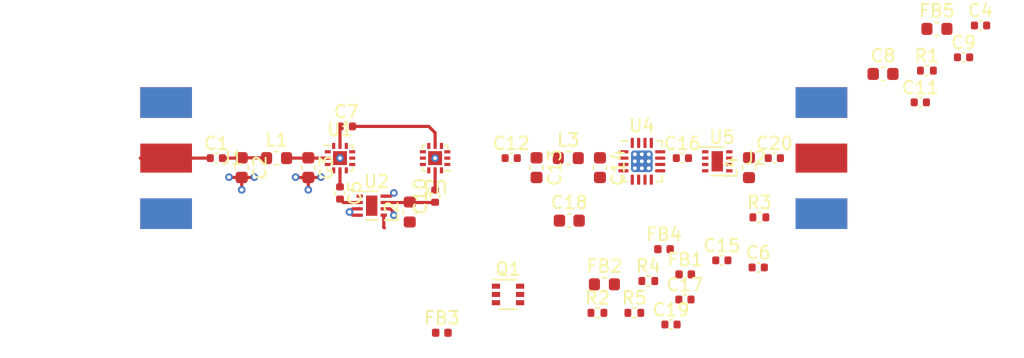
<source format=kicad_pcb>
(kicad_pcb (version 20210424) (generator pcbnew)
  (layers (0 "F.Cu" signal) (31 "B.Cu" signal) (34 "B.Paste" user) (35 "F.Paste" user) (36 "B.SilkS" user "B.Silkscreen") (37 "F.SilkS" user "F.Silkscreen") (38 "B.Mask" user) (39 "F.Mask" user) (44 "Edge.Cuts" user))
  (net 0 "")
  (net 1 "Net-(C1-Pad1)")
  (net 2 "Net-(C1-Pad2)")
  (net 3 "GND")
  (net 4 "Net-(C3-Pad1)")
  (net 5 "Net-(C4-Pad1)")
  (net 6 "Net-(C5-Pad1)")
  (net 7 "Net-(C5-Pad2)")
  (net 8 "Net-(C6-Pad1)")
  (net 9 "Net-(C7-Pad1)")
  (net 10 "Net-(C7-Pad2)")
  (net 11 "Net-(C10-Pad1)")
  (net 12 "Net-(C10-Pad2)")
  (net 13 "Net-(C11-Pad1)")
  (net 14 "Net-(C12-Pad1)")
  (net 15 "Net-(C12-Pad2)")
  (net 16 "Net-(C14-Pad1)")
  (net 17 "Net-(C15-Pad1)")
  (net 18 "Net-(C16-Pad1)")
  (net 19 "Net-(C16-Pad2)")
  (net 20 "Net-(C17-Pad1)")
  (net 21 "Net-(C20-Pad1)")
  (net 22 "Net-(C20-Pad2)")
  (net 23 "+3V3")
  (net 24 "Net-(L2-Pad1)")
  (net 25 "Net-(L4-Pad1)")
  (net 28 "Net-(Q1-Pad2)")
  (net 30 "Net-(Q1-Pad6)")
  (net 31 "Net-(R1-Pad2)")
  (footprint "Resistor_SMD:R_0402_1005Metric" (layer "F.Cu") (at 159.78 53.85)
    (fp_text reference "R1" (at 0 -1.17) (layer "F.SilkS"))
    (fp_text value "0")
    (fp_line (start -0.153641 0.38) (end 0.153641 0.38) (layer "F.SilkS") (width 0.12))
    (fp_line (start -0.153641 -0.38) (end 0.153641 -0.38) (layer "F.SilkS") (width 0.12))
    (pad "1" smd roundrect locked (at -0.51 0) (size 0.54 0.64) (layers "F.Cu" "F.Paste" "F.Mask") (net 28 "Net-(Q1-Pad2)"))
    (pad "2" smd roundrect locked (at 0.51 0) (size 0.54 0.64) (layers "F.Cu" "F.Paste" "F.Mask") (net 31 "Net-(R1-Pad2)"))
  )
  (footprint "Inductor_SMD:L_0402_1005Metric" (layer "F.Cu") (at 139.05 67.93)
    (fp_text reference "FB4" (at 0 -1.17) (layer "F.SilkS"))
    (fp_text value "FerriteBead_Small")
    (pad "1" smd roundrect locked (at -0.485 0) (size 0.59 0.64) (layers "F.Cu" "F.Paste" "F.Mask") (net 23 "+3V3"))
    (pad "2" smd roundrect locked (at 0.485 0) (size 0.59 0.64) (layers "F.Cu" "F.Paste" "F.Mask") (net 17 "Net-(C15-Pad1)"))
  )
  (footprint "Resistor_SMD:R_0402_1005Metric" (layer "F.Cu") (at 136.71 72.95)
    (fp_text reference "R5" (at 0 -1.17) (layer "F.SilkS"))
    (fp_text value "0")
    (fp_line (start -0.153641 0.38) (end 0.153641 0.38) (layer "F.SilkS") (width 0.12))
    (fp_line (start -0.153641 -0.38) (end 0.153641 -0.38) (layer "F.SilkS") (width 0.12))
    (pad "1" smd roundrect locked (at -0.51 0) (size 0.54 0.64) (layers "F.Cu" "F.Paste" "F.Mask") (net 20 "Net-(C17-Pad1)"))
    (pad "2" smd roundrect locked (at 0.51 0) (size 0.54 0.64) (layers "F.Cu" "F.Paste" "F.Mask") (net 25 "Net-(L4-Pad1)"))
  )
  (footprint "Capacitor_SMD:C_0402_1005Metric" (layer "F.Cu") (at 164.01 50.29)
    (fp_text reference "C4" (at 0 -1.16) (layer "F.SilkS"))
    (fp_text value "100n")
    (fp_line (start -0.107836 0.36) (end 0.107836 0.36) (layer "F.SilkS") (width 0.12))
    (fp_line (start -0.107836 -0.36) (end 0.107836 -0.36) (layer "F.SilkS") (width 0.12))
    (pad "1" smd roundrect locked (at -0.48 0) (size 0.56 0.62) (layers "F.Cu" "F.Paste" "F.Mask") (net 5 "Net-(C4-Pad1)"))
    (pad "2" smd roundrect locked (at 0.48 0) (size 0.56 0.62) (layers "F.Cu" "F.Paste" "F.Mask") (net 3 "GND"))
  )
  (footprint "Resistor_SMD:R_0402_1005Metric" (layer "F.Cu") (at 133.8 72.95)
    (fp_text reference "R2" (at 0 -1.17) (layer "F.SilkS"))
    (fp_text value "0")
    (fp_line (start -0.153641 -0.38) (end 0.153641 -0.38) (layer "F.SilkS") (width 0.12))
    (fp_line (start -0.153641 0.38) (end 0.153641 0.38) (layer "F.SilkS") (width 0.12))
    (pad "1" smd roundrect locked (at -0.51 0) (size 0.54 0.64) (layers "F.Cu" "F.Paste" "F.Mask") (net 8 "Net-(C6-Pad1)"))
    (pad "2" smd roundrect locked (at 0.51 0) (size 0.54 0.64) (layers "F.Cu" "F.Paste" "F.Mask") (net 24 "Net-(L2-Pad1)"))
  )
  (footprint "Capacitor_SMD:C_0402_1005Metric" (layer "F.Cu") (at 147.75 60.75)
    (fp_text reference "C20" (at 0 -1.16) (layer "F.SilkS"))
    (fp_text value "100n")
    (fp_line (start -0.107836 0.36) (end 0.107836 0.36) (layer "F.SilkS") (width 0.12))
    (fp_line (start -0.107836 -0.36) (end 0.107836 -0.36) (layer "F.SilkS") (width 0.12))
    (pad "1" smd roundrect locked (at -0.48 0) (size 0.56 0.62) (layers "F.Cu" "F.Paste" "F.Mask") (net 21 "Net-(C20-Pad1)"))
    (pad "2" smd roundrect locked (at 0.48 0) (size 0.56 0.62) (layers "F.Cu" "F.Paste" "F.Mask") (net 22 "Net-(C20-Pad2)"))
  )
  (footprint "Connector_WUT:SMA_Molex_73251-1150_EdgeMount_Horizontal" (layer "F.Cu") (at 154.5 60.75 180)
    (fp_text reference "J2" (at 8.25 0) (layer "F.SilkS"))
    (fp_text value "Conn_Coaxial" hide)
    (pad "1" smd rect (at 1 0 180) (size 4.08 2.29) (drill (offset 2.04 0)) (layers "F.Cu" "F.Mask") (net 22 "Net-(C20-Pad2)"))
    (pad "2" smd rect (at 1 4.3825 180) (size 4.08 2.415) (drill (offset 2.04 0)) (layers "F.Cu" "F.Mask") (net 3 "GND"))
    (pad "2" smd rect (at 1 -4.3825 180) (size 4.08 2.415) (drill (offset 2.04 0)) (layers "B.Cu" "B.Mask") (net 3 "GND"))
    (pad "2" smd rect (at 1 -4.3825 180) (size 4.08 2.415) (drill (offset 2.04 0)) (layers "F.Cu" "F.Mask") (net 3 "GND"))
    (pad "2" smd rect (at 1 4.3825 180) (size 4.08 2.415) (drill (offset 2.04 0)) (layers "B.Cu" "B.Mask") (net 3 "GND"))
  )
  (footprint "Connector_WUT:SMA_Molex_73251-1150_EdgeMount_Horizontal" (layer "F.Cu") (at 96.75 60.75)
    (fp_text reference "J1" (at 8.25 0) (layer "F.SilkS"))
    (fp_text value "Conn_Coaxial" hide)
    (pad "1" smd rect (at 1 0) (size 4.08 2.29) (drill (offset 2.04 0)) (layers "F.Cu" "F.Mask") (net 1 "Net-(C1-Pad1)"))
    (pad "2" smd rect (at 1 4.3825) (size 4.08 2.415) (drill (offset 2.04 0)) (layers "B.Cu" "B.Mask") (net 3 "GND"))
    (pad "2" smd rect (at 1 4.3825) (size 4.08 2.415) (drill (offset 2.04 0)) (layers "F.Cu" "F.Mask") (net 3 "GND"))
    (pad "2" smd rect (at 1 -4.3825) (size 4.08 2.415) (drill (offset 2.04 0)) (layers "F.Cu" "F.Mask") (net 3 "GND"))
    (pad "2" smd rect (at 1 -4.3825) (size 4.08 2.415) (drill (offset 2.04 0)) (layers "B.Cu" "B.Mask") (net 3 "GND"))
  )
  (footprint "Capacitor_SMD:C_0402_1005Metric" (layer "F.Cu") (at 127 60.75)
    (fp_text reference "C12" (at 0 -1.16) (layer "F.SilkS"))
    (fp_text value "100n")
    (fp_line (start -0.107836 0.36) (end 0.107836 0.36) (layer "F.SilkS") (width 0.12))
    (fp_line (start -0.107836 -0.36) (end 0.107836 -0.36) (layer "F.SilkS") (width 0.12))
    (pad "1" smd roundrect locked (at -0.48 0) (size 0.56 0.62) (layers "F.Cu" "F.Paste" "F.Mask") (net 14 "Net-(C12-Pad1)"))
    (pad "2" smd roundrect locked (at 0.48 0) (size 0.56 0.62) (layers "F.Cu" "F.Paste" "F.Mask") (net 15 "Net-(C12-Pad2)"))
  )
  (footprint "Capacitor_SMD:C_0603_1608Metric" (layer "F.Cu") (at 134 61.5 -90)
    (fp_text reference "C14" (at 0 -1.43 90) (layer "F.SilkS"))
    (fp_text value "C")
    (fp_line (start -0.14058 -0.51) (end 0.14058 -0.51) (layer "F.SilkS") (width 0.12))
    (fp_line (start -0.14058 0.51) (end 0.14058 0.51) (layer "F.SilkS") (width 0.12))
    (pad "1" smd roundrect locked (at -0.775 0 270) (size 0.9 0.95) (layers "F.Cu" "F.Paste" "F.Mask") (net 16 "Net-(C14-Pad1)"))
    (pad "2" smd roundrect locked (at 0.775 0 270) (size 0.9 0.95) (layers "F.Cu" "F.Paste" "F.Mask") (net 3 "GND"))
  )
  (footprint "Package_SON:WSON-8-1EP_2x2mm_P0.5mm_EP0.9x1.6mm" (layer "F.Cu") (at 116 64.5)
    (fp_text reference "U2" (at 0.38 -1.9) (layer "F.SilkS"))
    (fp_text value "TRF37D73")
    (fp_line (start 0.5 1.12) (end -0.5 1.12) (layer "F.SilkS") (width 0.12))
    (fp_line (start -1.5 -1.12) (end 0.5 -1.12) (layer "F.SilkS") (width 0.12))
    (pad "1" smd rect locked (at -0.95 -0.75) (size 0.5 0.25) (layers "F.Cu" "F.Paste" "F.Mask") (net 8 "Net-(C6-Pad1)"))
    (pad "2" smd rect locked (at -0.95 -0.25) (size 0.5 0.25) (layers "F.Cu" "F.Paste" "F.Mask") (net 7 "Net-(C5-Pad2)"))
    (pad "3" smd rect locked (at -0.95 0.25) (size 0.5 0.25) (layers "F.Cu" "F.Paste" "F.Mask") (net 3 "GND"))
    (pad "4" smd rect locked (at -0.95 0.75) (size 0.5 0.25) (layers "F.Cu" "F.Paste" "F.Mask") (net 3 "GND"))
    (pad "5" smd rect locked (at 0.95 0.75) (size 0.5 0.25) (layers "F.Cu" "F.Paste" "F.Mask") (net 31 "Net-(R1-Pad2)"))
    (pad "6" smd rect locked (at 0.95 0.25) (size 0.5 0.25) (layers "F.Cu" "F.Paste" "F.Mask") (net 3 "GND"))
    (pad "7" smd rect locked (at 0.95 -0.25) (size 0.5 0.25) (layers "F.Cu" "F.Paste" "F.Mask") (net 11 "Net-(C10-Pad1)"))
    (pad "8" smd rect locked (at 0.95 -0.75) (size 0.5 0.25) (layers "F.Cu" "F.Paste" "F.Mask") (net 3 "GND"))
    (pad "9" smd rect locked (at 0 0) (size 0.9 1.6) (layers "F.Cu" "F.Mask") (net 3 "GND"))
  )
  (footprint "Capacitor_SMD:C_0603_1608Metric" (layer "F.Cu") (at 105.75 61.5 -90)
    (fp_text reference "C2" (at 0 -1.43 90) (layer "F.SilkS"))
    (fp_text value "C")
    (fp_line (start -0.14058 -0.51) (end 0.14058 -0.51) (layer "F.SilkS") (width 0.12))
    (fp_line (start -0.14058 0.51) (end 0.14058 0.51) (layer "F.SilkS") (width 0.12))
    (pad "1" smd roundrect locked (at -0.775 0 270) (size 0.9 0.95) (layers "F.Cu" "F.Paste" "F.Mask") (net 2 "Net-(C1-Pad2)"))
    (pad "2" smd roundrect locked (at 0.775 0 270) (size 0.9 0.95) (layers "F.Cu" "F.Paste" "F.Mask") (net 3 "GND"))
  )
  (footprint "Resistor_SMD:R_0402_1005Metric" (layer "F.Cu") (at 146.57 65.42)
    (fp_text reference "R3" (at 0 -1.17) (layer "F.SilkS"))
    (fp_text value "10k")
    (fp_line (start -0.153641 -0.38) (end 0.153641 -0.38) (layer "F.SilkS") (width 0.12))
    (fp_line (start -0.153641 0.38) (end 0.153641 0.38) (layer "F.SilkS") (width 0.12))
    (pad "1" smd roundrect locked (at -0.51 0) (size 0.54 0.64) (layers "F.Cu" "F.Paste" "F.Mask") (net 28 "Net-(Q1-Pad2)"))
    (pad "2" smd roundrect locked (at 0.51 0) (size 0.54 0.64) (layers "F.Cu" "F.Paste" "F.Mask") (net 3 "GND"))
  )
  (footprint "RF_WUT:Renesas_QFN-12-1EP_2x2mm_P0.5mm_EP1.1x1.1mm" (layer "F.Cu") (at 113.5 60.75)
    (fp_text reference "U1" (at 0 -2.25 unlocked) (layer "F.SilkS"))
    (fp_text value "F2972NEGK")
    (fp_line (start 0.75 -1) (end 1 -1) (layer "F.SilkS") (width 0.12))
    (fp_line (start 0.75 1) (end 1 1) (layer "F.SilkS") (width 0.12))
    (fp_line (start 1 1) (end 1 0.75) (layer "F.SilkS") (width 0.12))
    (fp_line (start -1 1) (end -0.75 1) (layer "F.SilkS") (width 0.12))
    (fp_line (start 1 -1) (end 1 -0.75) (layer "F.SilkS") (width 0.12))
    (fp_line (start -1 0.75) (end -1 1) (layer "F.SilkS") (width 0.12))
    (fp_line (start -0.75 -1) (end -1.25 -1) (layer "F.SilkS") (width 0.12))
    (pad "1" smd rect (at -0.9625 -0.5) (size 0.475 0.25) (layers "F.Cu" "F.Paste" "F.Mask") (net 3 "GND"))
    (pad "2" smd rect (at -0.9625 0) (size 0.475 0.25) (layers "F.Cu" "F.Paste" "F.Mask") (net 4 "Net-(C3-Pad1)"))
    (pad "3" smd rect (at -0.9625 0.5) (size 0.475 0.25) (layers "F.Cu" "F.Paste" "F.Mask") (net 3 "GND"))
    (pad "4" smd rect (at -0.5 0.9625 90) (size 0.475 0.25) (layers "F.Cu" "F.Paste" "F.Mask") (net 3 "GND"))
    (pad "5" smd rect (at 0 0.9625 90) (size 0.475 0.25) (layers "F.Cu" "F.Paste" "F.Mask") (net 6 "Net-(C5-Pad1)"))
    (pad "6" smd rect (at 0.5 0.9625 90) (size 0.475 0.25) (layers "F.Cu" "F.Paste" "F.Mask") (net 3 "GND"))
    (pad "7" smd rect (at 0.9625 0.5) (size 0.475 0.25) (layers "F.Cu" "F.Paste" "F.Mask") (net 28 "Net-(Q1-Pad2)"))
    (pad "8" smd rect (at 0.9625 0) (size 0.475 0.25) (layers "F.Cu" "F.Paste" "F.Mask") (net 5 "Net-(C4-Pad1)"))
    (pad "9" smd rect (at 0.9625 -0.5) (size 0.475 0.25) (layers "F.Cu" "F.Paste" "F.Mask") (net 5 "Net-(C4-Pad1)"))
    (pad "10" smd rect (at 0.5 -0.9625 90) (size 0.475 0.25) (layers "F.Cu" "F.Paste" "F.Mask") (net 3 "GND"))
    (pad "11" smd rect (at 0 -0.9625 90) (size 0.475 0.25) (layers "F.Cu" "F.Paste" "F.Mask") (net 9 "Net-(C7-Pad1)"))
    (pad "12" smd rect (at -0.5 -0.9625 90) (size 0.475 0.25) (layers "F.Cu" "F.Paste" "F.Mask") (net 3 "GND"))
    (pad "13" smd rect (at 0 0) (size 1.1 1.1) (layers "F.Cu" "F.Paste" "F.Mask") (net 3 "GND"))
  )
  (footprint "Package_DFN_QFN:QFN-16-1EP_3x3mm_P0.5mm_EP1.7x1.7mm_ThermalVias" (layer "F.Cu") (at 137.3 61)
    (fp_text reference "U4" (at 0 -2.8) (layer "F.SilkS"))
    (fp_text value "RFSA3413")
    (fp_line (start -1.61 1.61) (end -1.61 1.135) (layer "F.SilkS") (width 0.12))
    (fp_line (start 1.135 1.61) (end 1.61 1.61) (layer "F.SilkS") (width 0.12))
    (fp_line (start -1.135 1.61) (end -1.61 1.61) (layer "F.SilkS") (width 0.12))
    (fp_line (start 1.61 -1.61) (end 1.61 -1.135) (layer "F.SilkS") (width 0.12))
    (fp_line (start -1.135 -1.61) (end -1.61 -1.61) (layer "F.SilkS") (width 0.12))
    (fp_line (start 1.135 -1.61) (end 1.61 -1.61) (layer "F.SilkS") (width 0.12))
    (fp_line (start 1.61 1.61) (end 1.61 1.135) (layer "F.SilkS") (width 0.12))
    (pad "1" smd roundrect locked (at -1.45 -0.75) (size 0.8 0.25) (layers "F.Cu" "F.Paste" "F.Mask") (net 17 "Net-(C15-Pad1)"))
    (pad "2" smd roundrect locked (at -1.45 -0.25) (size 0.8 0.25) (layers "F.Cu" "F.Paste" "F.Mask") (net 16 "Net-(C14-Pad1)"))
    (pad "3" smd roundrect locked (at -1.45 0.25) (size 0.8 0.25) (layers "F.Cu" "F.Paste" "F.Mask") (net 3 "GND"))
    (pad "4" smd roundrect locked (at -1.45 0.75) (size 0.8 0.25) (layers "F.Cu" "F.Paste" "F.Mask") (net 3 "GND"))
    (pad "5" smd roundrect locked (at -0.75 1.45) (size 0.25 0.8) (layers "F.Cu" "F.Paste" "F.Mask") (net 3 "GND"))
    (pad "6" smd roundrect locked (at -0.25 1.45) (size 0.25 0.8) (layers "F.Cu" "F.Paste" "F.Mask") (net 3 "GND"))
    (pad "7" smd roundrect locked (at 0.25 1.45) (size 0.25 0.8) (layers "F.Cu" "F.Paste" "F.Mask") (net 3 "GND"))
    (pad "8" smd roundrect locked (at 0.75 1.45) (size 0.25 0.8) (layers "F.Cu" "F.Paste" "F.Mask") (net 3 "GND"))
    (pad "9" smd roundrect locked (at 1.45 0.75) (size 0.8 0.25) (layers "F.Cu" "F.Paste" "F.Mask") (net 3 "GND"))
    (pad "10" smd roundrect locked (at 1.45 0.25) (size 0.8 0.25) (layers "F.Cu" "F.Paste" "F.Mask") (net 3 "GND"))
    (pad "11" smd roundrect locked (at 1.45 -0.25) (size 0.8 0.25) (layers "F.Cu" "F.Paste" "F.Mask") (net 18 "Net-(C16-Pad1)"))
    (pad "12" smd roundrect locked (at 1.45 -0.75) (size 0.8 0.25) (layers "F.Cu" "F.Paste" "F.Mask") (net 3 "GND"))
    (pad "13" smd roundrect locked (at 0.75 -1.45) (size 0.25 0.8) (layers "F.Cu" "F.Paste" "F.Mask"))
    (pad "14" smd roundrect locked (at 0.25 -1.45) (size 0.25 0.8) (layers "F.Cu" "F.Paste" "F.Mask"))
    (pad "15" smd roundrect locked (at -0.25 -1.45) (size 0.25 0.8) (layers "F.Cu" "F.Paste" "F.Mask"))
    (pad "16" smd roundrect locked (at -0.75 -1.45) (size 0.25 0.8) (layers "F.Cu" "F.Paste" "F.Mask"))
    (pad "17" thru_hole circle locked (at 0 0) (size 0.6 0.6) (drill 0.3) (layers *.Cu) (net 3 "GND"))
    (pad "17" thru_hole circle locked (at 0 0.55) (size 0.6 0.6) (drill 0.3) (layers *.Cu) (net 3 "GND"))
    (pad "17" thru_hole circle locked (at 0 -0.55) (size 0.6 0.6) (drill 0.3) (layers *.Cu) (net 3 "GND"))
    (pad "17" smd roundrect locked (at 0 0) (size 1.7 1.7) (layers "B.Cu") (roundrect_rratio 0.147059) (net 3 "GND"))
    (pad "17" thru_hole circle locked (at -0.55 0) (size 0.6 0.6) (drill 0.3) (layers *.Cu) (net 3 "GND"))
    (pad "17" smd roundrect locked (at 0 0) (size 1.7 1.7) (layers "F.Cu" "F.Mask") (roundrect_rratio 0.147059) (net 3 "GND"))
    (pad "17" thru_hole circle locked (at 0.55 -0.55) (size 0.6 0.6) (drill 0.3) (layers *.Cu) (net 3 "GND"))
    (pad "17" thru_hole circle locked (at 0.55 0) (size 0.6 0.6) (drill 0.3) (layers *.Cu) (net 3 "GND"))
    (pad "17" thru_hole circle locked (at -0.55 0.55) (size 0.6 0.6) (drill 0.3) (layers *.Cu) (net 3 "GND"))
    (pad "17" thru_hole circle locked (at 0.55 0.55) (size 0.6 0.6) (drill 0.3) (layers *.Cu) (net 3 "GND"))
    (pad "17" thru_hole circle locked (at -0.55 -0.55) (size 0.6 0.6) (drill 0.3) (layers *.Cu) (net 3 "GND"))
  )
  (footprint "Inductor_SMD:L_0603_1608Metric" (layer "F.Cu") (at 160.57 50.56)
    (fp_text reference "FB5" (at 0 -1.43) (layer "F.SilkS"))
    (fp_text value "FerriteBead_Small")
    (fp_line (start -0.162779 -0.51) (end 0.162779 -0.51) (layer "F.SilkS") (width 0.12))
    (fp_line (start -0.162779 0.51) (end 0.162779 0.51) (layer "F.SilkS") (width 0.12))
    (pad "1" smd roundrect locked (at -0.7875 0) (size 0.875 0.95) (layers "F.Cu" "F.Paste" "F.Mask") (net 23 "+3V3"))
    (pad "2" smd roundrect locked (at 0.7875 0) (size 0.875 0.95) (layers "F.Cu" "F.Paste" "F.Mask") (net 20 "Net-(C17-Pad1)"))
  )
  (footprint "Capacitor_SMD:C_0402_1005Metric" (layer "F.Cu") (at 146.48 69.37)
    (fp_text reference "C6" (at 0 -1.16) (layer "F.SilkS"))
    (fp_text value "100n")
    (fp_line (start -0.107836 -0.36) (end 0.107836 -0.36) (layer "F.SilkS") (width 0.12))
    (fp_line (start -0.107836 0.36) (end 0.107836 0.36) (layer "F.SilkS") (width 0.12))
    (pad "1" smd roundrect locked (at -0.48 0) (size 0.56 0.62) (layers "F.Cu" "F.Paste" "F.Mask") (net 8 "Net-(C6-Pad1)"))
    (pad "2" smd roundrect locked (at 0.48 0) (size 0.56 0.62) (layers "F.Cu" "F.Paste" "F.Mask") (net 3 "GND"))
  )
  (footprint "Capacitor_SMD:C_0402_1005Metric" (layer "F.Cu") (at 159.26 56.35)
    (fp_text reference "C11" (at 0 -1.16) (layer "F.SilkS"))
    (fp_text value "100n")
    (fp_line (start -0.107836 -0.36) (end 0.107836 -0.36) (layer "F.SilkS") (width 0.12))
    (fp_line (start -0.107836 0.36) (end 0.107836 0.36) (layer "F.SilkS") (width 0.12))
    (pad "1" smd roundrect locked (at -0.48 0) (size 0.56 0.62) (layers "F.Cu" "F.Paste" "F.Mask") (net 13 "Net-(C11-Pad1)"))
    (pad "2" smd roundrect locked (at 0.48 0) (size 0.56 0.62) (layers "F.Cu" "F.Paste" "F.Mask") (net 3 "GND"))
  )
  (footprint "Inductor_SMD:L_0402_1005Metric" (layer "F.Cu") (at 140.72 69.92)
    (fp_text reference "FB1" (at 0 -1.17) (layer "F.SilkS"))
    (fp_text value "FerriteBead_Small")
    (pad "1" smd roundrect locked (at -0.485 0) (size 0.59 0.64) (layers "F.Cu" "F.Paste" "F.Mask") (net 23 "+3V3"))
    (pad "2" smd roundrect locked (at 0.485 0) (size 0.59 0.64) (layers "F.Cu" "F.Paste" "F.Mask") (net 5 "Net-(C4-Pad1)"))
  )
  (footprint "Capacitor_SMD:C_0402_1005Metric" (layer "F.Cu") (at 121 63.75 90)
    (fp_text reference "C10" (at 0 -1.16 90) (layer "F.SilkS"))
    (fp_text value "100n")
    (fp_line (start -0.107836 0.36) (end 0.107836 0.36) (layer "F.SilkS") (width 0.12))
    (fp_line (start -0.107836 -0.36) (end 0.107836 -0.36) (layer "F.SilkS") (width 0.12))
    (pad "1" smd roundrect locked (at -0.48 0 90) (size 0.56 0.62) (layers "F.Cu" "F.Paste" "F.Mask") (net 11 "Net-(C10-Pad1)"))
    (pad "2" smd roundrect locked (at 0.48 0 90) (size 0.56 0.62) (layers "F.Cu" "F.Paste" "F.Mask") (net 12 "Net-(C10-Pad2)"))
  )
  (footprint "Capacitor_SMD:C_0603_1608Metric" (layer "F.Cu") (at 156.32 54.11)
    (fp_text reference "C8" (at 0 -1.43) (layer "F.SilkS"))
    (fp_text value "10u")
    (fp_line (start -0.14058 -0.51) (end 0.14058 -0.51) (layer "F.SilkS") (width 0.12))
    (fp_line (start -0.14058 0.51) (end 0.14058 0.51) (layer "F.SilkS") (width 0.12))
    (pad "1" smd roundrect locked (at -0.775 0) (size 0.9 0.95) (layers "F.Cu" "F.Paste" "F.Mask") (net 8 "Net-(C6-Pad1)"))
    (pad "2" smd roundrect locked (at 0.775 0) (size 0.9 0.95) (layers "F.Cu" "F.Paste" "F.Mask") (net 3 "GND"))
  )
  (footprint "RF_WUT:Renesas_QFN-12-1EP_2x2mm_P0.5mm_EP1.1x1.1mm" (layer "F.Cu") (at 121 60.75 180)
    (fp_text reference "U3" (at 0 -2.25 180 unlocked) (layer "F.SilkS"))
    (fp_text value "F2972NEGK")
    (fp_line (start 0.75 -1) (end 1 -1) (layer "F.SilkS") (width 0.12))
    (fp_line (start -0.75 -1) (end -1.25 -1) (layer "F.SilkS") (width 0.12))
    (fp_line (start -1 0.75) (end -1 1) (layer "F.SilkS") (width 0.12))
    (fp_line (start 1 -1) (end 1 -0.75) (layer "F.SilkS") (width 0.12))
    (fp_line (start 1 1) (end 1 0.75) (layer "F.SilkS") (width 0.12))
    (fp_line (start -1 1) (end -0.75 1) (layer "F.SilkS") (width 0.12))
    (fp_line (start 0.75 1) (end 1 1) (layer "F.SilkS") (width 0.12))
    (pad "1" smd rect (at -0.9625 -0.5 180) (size 0.475 0.25) (layers "F.Cu" "F.Paste" "F.Mask") (net 3 "GND"))
    (pad "2" smd rect (at -0.9625 0 180) (size 0.475 0.25) (layers "F.Cu" "F.Paste" "F.Mask") (net 14 "Net-(C12-Pad1)"))
    (pad "3" smd rect (at -0.9625 0.5 180) (size 0.475 0.25) (layers "F.Cu" "F.Paste" "F.Mask") (net 3 "GND"))
    (pad "4" smd rect (at -0.5 0.9625 270) (size 0.475 0.25) (layers "F.Cu" "F.Paste" "F.Mask") (net 3 "GND"))
    (pad "5" smd rect (at 0 0.9625 270) (size 0.475 0.25) (layers "F.Cu" "F.Paste" "F.Mask") (net 10 "Net-(C7-Pad2)"))
    (pad "6" smd rect (at 0.5 0.9625 270) (size 0.475 0.25) (layers "F.Cu" "F.Paste" "F.Mask") (net 3 "GND"))
    (pad "7" smd rect (at 0.9625 0.5 180) (size 0.475 0.25) (layers "F.Cu" "F.Paste" "F.Mask") (net 30 "Net-(Q1-Pad6)"))
    (pad "8" smd rect (at 0.9625 0 180) (size 0.475 0.25) (layers "F.Cu" "F.Paste" "F.Mask") (net 13 "Net-(C11-Pad1)"))
    (pad "9" smd rect (at 0.9625 -0.5 180) (size 0.475 0.25) (layers "F.Cu" "F.Paste" "F.Mask") (net 13 "Net-(C11-Pad1)"))
    (pad "10" smd rect (at 0.5 -0.9625 270) (size 0.475 0.25) (layers "F.Cu" "F.Paste" "F.Mask") (net 3 "GND"))
    (pad "11" smd rect (at 0 -0.9625 270) (size 0.475 0.25) (layers "F.Cu" "F.Paste" "F.Mask") (net 12 "Net-(C10-Pad2)"))
    (pad "12" smd rect (at -0.5 -0.9625 270) (size 0.475 0.25) (layers "F.Cu" "F.Paste" "F.Mask") (net 3 "GND"))
    (pad "13" smd rect (at 0 0 180) (size 1.1 1.1) (layers "F.Cu" "F.Paste" "F.Mask") (net 3 "GND"))
  )
  (footprint "Package_SON:WSON-8-1EP_2x2mm_P0.5mm_EP0.9x1.6mm" (layer "F.Cu") (at 143.25 61)
    (fp_text reference "U5" (at 0.38 -1.9) (layer "F.SilkS"))
    (fp_text value "TRF37D73")
    (fp_line (start -1.5 -1.12) (end 0.5 -1.12) (layer "F.SilkS") (width 0.12))
    (fp_line (start 0.5 1.12) (end -0.5 1.12) (layer "F.SilkS") (width 0.12))
    (pad "1" smd rect locked (at -0.95 -0.75) (size 0.5 0.25) (layers "F.Cu" "F.Paste" "F.Mask") (net 20 "Net-(C17-Pad1)"))
    (pad "2" smd rect locked (at -0.95 -0.25) (size 0.5 0.25) (layers "F.Cu" "F.Paste" "F.Mask") (net 19 "Net-(C16-Pad2)"))
    (pad "3" smd rect locked (at -0.95 0.25) (size 0.5 0.25) (layers "F.Cu" "F.Paste" "F.Mask") (net 3 "GND"))
    (pad "4" smd rect locked (at -0.95 0.75) (size 0.5 0.25) (layers "F.Cu" "F.Paste" "F.Mask") (net 3 "GND"))
    (pad "5" smd rect locked (at 0.95 0.75) (size 0.5 0.25) (layers "F.Cu" "F.Paste" "F.Mask"))
    (pad "6" smd rect locked (at 0.95 0.25) (size 0.5 0.25) (layers "F.Cu" "F.Paste" "F.Mask") (net 3 "GND"))
    (pad "7" smd rect locked (at 0.95 -0.25) (size 0.5 0.25) (layers "F.Cu" "F.Paste" "F.Mask") (net 21 "Net-(C20-Pad1)"))
    (pad "8" smd rect locked (at 0.95 -0.75) (size 0.5 0.25) (layers "F.Cu" "F.Paste" "F.Mask") (net 3 "GND"))
    (pad "9" smd rect locked (at 0 0) (size 0.9 1.6) (layers "F.Cu" "F.Mask") (net 3 "GND"))
  )
  (footprint "Capacitor_SMD:C_0402_1005Metric" (layer "F.Cu") (at 139.6 73.87)
    (fp_text reference "C19" (at 0 -1.16) (layer "F.SilkS"))
    (fp_text value "100n")
    (fp_line (start -0.107836 -0.36) (end 0.107836 -0.36) (layer "F.SilkS") (width 0.12))
    (fp_line (start -0.107836 0.36) (end 0.107836 0.36) (layer "F.SilkS") (width 0.12))
    (pad "1" smd roundrect locked (at -0.48 0) (size 0.56 0.62) (layers "F.Cu" "F.Paste" "F.Mask") (net 20 "Net-(C17-Pad1)"))
    (pad "2" smd roundrect locked (at 0.48 0) (size 0.56 0.62) (layers "F.Cu" "F.Paste" "F.Mask") (net 3 "GND"))
  )
  (footprint "Capacitor_SMD:C_0603_1608Metric" (layer "F.Cu") (at 129 61.5 -90)
    (fp_text reference "C13" (at 0 -1.43 90) (layer "F.SilkS"))
    (fp_text value "C")
    (fp_line (start -0.14058 -0.51) (end 0.14058 -0.51) (layer "F.SilkS") (width 0.12))
    (fp_line (start -0.14058 0.51) (end 0.14058 0.51) (layer "F.SilkS") (width 0.12))
    (pad "1" smd roundrect locked (at -0.775 0 270) (size 0.9 0.95) (layers "F.Cu" "F.Paste" "F.Mask") (net 15 "Net-(C12-Pad2)"))
    (pad "2" smd roundrect locked (at 0.775 0 270) (size 0.9 0.95) (layers "F.Cu" "F.Paste" "F.Mask") (net 3 "GND"))
  )
  (footprint "Resistor_SMD:R_0402_1005Metric" (layer "F.Cu") (at 137.81 70.44)
    (fp_text reference "R4" (at 0 -1.17) (layer "F.SilkS"))
    (fp_text value "10k")
    (fp_line (start -0.153641 -0.38) (end 0.153641 -0.38) (layer "F.SilkS") (width 0.12))
    (fp_line (start -0.153641 0.38) (end 0.153641 0.38) (layer "F.SilkS") (width 0.12))
    (pad "1" smd roundrect locked (at -0.51 0) (size 0.54 0.64) (layers "F.Cu" "F.Paste" "F.Mask") (net 23 "+3V3"))
    (pad "2" smd roundrect locked (at 0.51 0) (size 0.54 0.64) (layers "F.Cu" "F.Paste" "F.Mask") (net 30 "Net-(Q1-Pad6)"))
  )
  (footprint "Capacitor_SMD:C_0402_1005Metric" (layer "F.Cu") (at 114 58.25)
    (fp_text reference "C7" (at 0 -1.16) (layer "F.SilkS"))
    (fp_text value "100n")
    (fp_line (start -0.107836 -0.36) (end 0.107836 -0.36) (layer "F.SilkS") (width 0.12))
    (fp_line (start -0.107836 0.36) (end 0.107836 0.36) (layer "F.SilkS") (width 0.12))
    (pad "1" smd roundrect locked (at -0.48 0) (size 0.56 0.62) (layers "F.Cu" "F.Paste" "F.Mask") (net 9 "Net-(C7-Pad1)"))
    (pad "2" smd roundrect locked (at 0.48 0) (size 0.56 0.62) (layers "F.Cu" "F.Paste" "F.Mask") (net 10 "Net-(C7-Pad2)"))
  )
  (footprint "Inductor_SMD:L_0603_1608Metric" (layer "F.Cu") (at 131.5 60.75)
    (fp_text reference "L3" (at 0 -1.43) (layer "F.SilkS"))
    (fp_text value "L")
    (fp_line (start -0.162779 0.51) (end 0.162779 0.51) (layer "F.SilkS") (width 0.12))
    (fp_line (start -0.162779 -0.51) (end 0.162779 -0.51) (layer "F.SilkS") (width 0.12))
    (pad "1" smd roundrect locked (at -0.7875 0) (size 0.875 0.95) (layers "F.Cu" "F.Paste" "F.Mask") (net 15 "Net-(C12-Pad2)"))
    (pad "2" smd roundrect locked (at 0.7875 0) (size 0.875 0.95) (layers "F.Cu" "F.Paste" "F.Mask") (net 16 "Net-(C14-Pad1)"))
  )
  (footprint "Inductor_SMD:L_0603_1608Metric" (layer "F.Cu") (at 119 65 90)
    (fp_text reference "L2" (at 0 -1.43 90) (layer "F.SilkS"))
    (fp_text value "0603LS-392X_R_ ")
    (fp_line (start -0.162779 -0.51) (end 0.162779 -0.51) (layer "F.SilkS") (width 0.12))
    (fp_line (start -0.162779 0.51) (end 0.162779 0.51) (layer "F.SilkS") (width 0.12))
    (pad "1" smd roundrect locked (at -0.7875 0 90) (size 0.875 0.95) (layers "F.Cu" "F.Paste" "F.Mask") (net 24 "Net-(L2-Pad1)"))
    (pad "2" smd roundrect locked (at 0.7875 0 90) (size 0.875 0.95) (layers "F.Cu" "F.Paste" "F.Mask") (net 11 "Net-(C10-Pad1)"))
  )
  (footprint "Capacitor_SMD:C_0402_1005Metric" (layer "F.Cu") (at 162.67 52.8)
    (fp_text reference "C9" (at 0 -1.16) (layer "F.SilkS"))
    (fp_text value "100n")
    (fp_line (start -0.107836 0.36) (end 0.107836 0.36) (layer "F.SilkS") (width 0.12))
    (fp_line (start -0.107836 -0.36) (end 0.107836 -0.36) (layer "F.SilkS") (width 0.12))
    (pad "1" smd roundrect locked (at -0.48 0) (size 0.56 0.62) (layers "F.Cu" "F.Paste" "F.Mask") (net 8 "Net-(C6-Pad1)"))
    (pad "2" smd roundrect locked (at 0.48 0) (size 0.56 0.62) (layers "F.Cu" "F.Paste" "F.Mask") (net 3 "GND"))
  )
  (footprint "Capacitor_SMD:C_0402_1005Metric" (layer "F.Cu") (at 103.75 60.75)
    (fp_text reference "C1" (at 0 -1.16) (layer "F.SilkS"))
    (fp_text value "C")
    (fp_line (start -0.107836 -0.36) (end 0.107836 -0.36) (layer "F.SilkS") (width 0.12))
    (fp_line (start -0.107836 0.36) (end 0.107836 0.36) (layer "F.SilkS") (width 0.12))
    (pad "1" smd roundrect locked (at -0.48 0) (size 0.56 0.62) (layers "F.Cu" "F.Paste" "F.Mask") (net 1 "Net-(C1-Pad1)"))
    (pad "2" smd roundrect locked (at 0.48 0) (size 0.56 0.62) (layers "F.Cu" "F.Paste" "F.Mask") (net 2 "Net-(C1-Pad2)"))
  )
  (footprint "Capacitor_SMD:C_0402_1005Metric" (layer "F.Cu") (at 140.7 71.9)
    (fp_text reference "C17" (at 0 -1.16) (layer "F.SilkS"))
    (fp_text value "100n")
    (fp_line (start -0.107836 -0.36) (end 0.107836 -0.36) (layer "F.SilkS") (width 0.12))
    (fp_line (start -0.107836 0.36) (end 0.107836 0.36) (layer "F.SilkS") (width 0.12))
    (pad "1" smd roundrect locked (at -0.48 0) (size 0.56 0.62) (layers "F.Cu" "F.Paste" "F.Mask") (net 20 "Net-(C17-Pad1)"))
    (pad "2" smd roundrect locked (at 0.48 0) (size 0.56 0.62) (layers "F.Cu" "F.Paste" "F.Mask") (net 3 "GND"))
  )
  (footprint "Capacitor_SMD:C_0603_1608Metric" (layer "F.Cu") (at 131.58 65.68)
    (fp_text reference "C18" (at 0 -1.43) (layer "F.SilkS"))
    (fp_text value "10u")
    (fp_line (start -0.14058 0.51) (end 0.14058 0.51) (layer "F.SilkS") (width 0.12))
    (fp_line (start -0.14058 -0.51) (end 0.14058 -0.51) (layer "F.SilkS") (width 0.12))
    (pad "1" smd roundrect locked (at -0.775 0) (size 0.9 0.95) (layers "F.Cu" "F.Paste" "F.Mask") (net 20 "Net-(C17-Pad1)"))
    (pad "2" smd roundrect locked (at 0.775 0) (size 0.9 0.95) (layers "F.Cu" "F.Paste" "F.Mask") (net 3 "GND"))
  )
  (footprint "Inductor_SMD:L_0603_1608Metric" (layer "F.Cu") (at 134.35 70.7)
    (fp_text reference "FB2" (at 0 -1.43) (layer "F.SilkS"))
    (fp_text value "FerriteBead_Small")
    (fp_line (start -0.162779 0.51) (end 0.162779 0.51) (layer "F.SilkS") (width 0.12))
    (fp_line (start -0.162779 -0.51) (end 0.162779 -0.51) (layer "F.SilkS") (width 0.12))
    (pad "1" smd roundrect locked (at -0.7875 0) (size 0.875 0.95) (layers "F.Cu" "F.Paste" "F.Mask") (net 23 "+3V3"))
    (pad "2" smd roundrect locked (at 0.7875 0) (size 0.875 0.95) (layers "F.Cu" "F.Paste" "F.Mask") (net 8 "Net-(C6-Pad1)"))
  )
  (footprint "Inductor_SMD:L_0402_1005Metric" (layer "F.Cu") (at 121.53 74.52)
    (fp_text reference "FB3" (at 0 -1.17) (layer "F.SilkS"))
    (fp_text value "FerriteBead_Small")
    (pad "1" smd roundrect locked (at -0.485 0) (size 0.59 0.64) (layers "F.Cu" "F.Paste" "F.Mask") (net 23 "+3V3"))
    (pad "2" smd roundrect locked (at 0.485 0) (size 0.59 0.64) (layers "F.Cu" "F.Paste" "F.Mask") (net 13 "Net-(C11-Pad1)"))
  )
  (footprint "Package_TO_SOT_SMD:SOT-363_SC-70-6" (layer "F.Cu") (at 126.75 71.5)
    (fp_text reference "Q1" (at 0 -2) (layer "F.SilkS"))
    (fp_text value "SI1539CDL-T1-GE3")
    (fp_line (start -0.7 1.16) (end 0.7 1.16) (layer "F.SilkS") (width 0.12))
    (fp_line (start 0.7 -1.16) (end -1.2 -1.16) (layer "F.SilkS") (width 0.12))
    (pad "1" smd rect locked (at -0.95 -0.65) (size 0.65 0.4) (layers "F.Cu" "F.Paste" "F.Mask") (net 3 "GND"))
    (pad "2" smd rect locked (at -0.95 0) (size 0.65 0.4) (layers "F.Cu" "F.Paste" "F.Mask") (net 28 "Net-(Q1-Pad2)"))
    (pad "3" smd rect locked (at -0.95 0.65) (size 0.65 0.4) (layers "F.Cu" "F.Paste" "F.Mask"))
    (pad "4" smd rect locked (at 0.95 0.65) (size 0.65 0.4) (layers "F.Cu" "F.Paste" "F.Mask"))
    (pad "5" smd rect locked (at 0.95 0) (size 0.65 0.4) (layers "F.Cu" "F.Paste" "F.Mask"))
    (pad "6" smd rect locked (at 0.95 -0.65) (size 0.65 0.4) (layers "F.Cu" "F.Paste" "F.Mask") (net 30 "Net-(Q1-Pad6)"))
  )
  (footprint "Capacitor_SMD:C_0603_1608Metric" (layer "F.Cu") (at 111 61.5 -90)
    (fp_text reference "C3" (at 0 -1.43 90) (layer "F.SilkS"))
    (fp_text value "C")
    (fp_line (start -0.14058 -0.51) (end 0.14058 -0.51) (layer "F.SilkS") (width 0.12))
    (fp_line (start -0.14058 0.51) (end 0.14058 0.51) (layer "F.SilkS") (width 0.12))
    (pad "1" smd roundrect locked (at -0.775 0 270) (size 0.9 0.95) (layers "F.Cu" "F.Paste" "F.Mask") (net 4 "Net-(C3-Pad1)"))
    (pad "2" smd roundrect locked (at 0.775 0 270) (size 0.9 0.95) (layers "F.Cu" "F.Paste" "F.Mask") (net 3 "GND"))
  )
  (footprint "Inductor_SMD:L_0603_1608Metric" (layer "F.Cu") (at 145.75 61.5 90)
    (fp_text reference "L4" (at 0 -1.43 90) (layer "F.SilkS"))
    (fp_text value "0603LS-392X_R_ ")
    (fp_line (start -0.162779 0.51) (end 0.162779 0.51) (layer "F.SilkS") (width 0.12))
    (fp_line (start -0.162779 -0.51) (end 0.162779 -0.51) (layer "F.SilkS") (width 0.12))
    (pad "1" smd roundrect locked (at -0.7875 0 90) (size 0.875 0.95) (layers "F.Cu" "F.Paste" "F.Mask") (net 25 "Net-(L4-Pad1)"))
    (pad "2" smd roundrect locked (at 0.7875 0 90) (size 0.875 0.95) (layers "F.Cu" "F.Paste" "F.Mask") (net 21 "Net-(C20-Pad1)"))
  )
  (footprint "Inductor_SMD:L_0603_1608Metric" (layer "F.Cu") (at 108.5 60.75)
    (fp_text reference "L1" (at 0 -1.43) (layer "F.SilkS"))
    (fp_text value "L")
    (fp_line (start -0.162779 -0.51) (end 0.162779 -0.51) (layer "F.SilkS") (width 0.12))
    (fp_line (start -0.162779 0.51) (end 0.162779 0.51) (layer "F.SilkS") (width 0.12))
    (pad "1" smd roundrect locked (at -0.7875 0) (size 0.875 0.95) (layers "F.Cu" "F.Paste" "F.Mask") (net 2 "Net-(C1-Pad2)"))
    (pad "2" smd roundrect locked (at 0.7875 0) (size 0.875 0.95) (layers "F.Cu" "F.Paste" "F.Mask") (net 4 "Net-(C3-Pad1)"))
  )
  (footprint "Capacitor_SMD:C_0402_1005Metric" (layer "F.Cu") (at 143.61 68.81)
    (fp_text reference "C15" (at 0 -1.16) (layer "F.SilkS"))
    (fp_text value "100n")
    (fp_line (start -0.107836 0.36) (end 0.107836 0.36) (layer "F.SilkS") (width 0.12))
    (fp_line (start -0.107836 -0.36) (end 0.107836 -0.36) (layer "F.SilkS") (width 0.12))
    (pad "1" smd roundrect locked (at -0.48 0) (size 0.56 0.62) (layers "F.Cu" "F.Paste" "F.Mask") (net 17 "Net-(C15-Pad1)"))
    (pad "2" smd roundrect locked (at 0.48 0) (size 0.56 0.62) (layers "F.Cu" "F.Paste" "F.Mask") (net 3 "GND"))
  )
  (footprint "Capacitor_SMD:C_0402_1005Metric" (layer "F.Cu") (at 113.5 63.5 -90)
    (fp_text reference "C5" (at 0 -1.16 90) (layer "F.SilkS"))
    (fp_text value "100n")
    (fp_line (start -0.107836 0.36) (end 0.107836 0.36) (layer "F.SilkS") (width 0.12))
    (fp_line (start -0.107836 -0.36) (end 0.107836 -0.36) (layer "F.SilkS") (width 0.12))
    (pad "1" smd roundrect locked (at -0.48 0 270) (size 0.56 0.62) (layers "F.Cu" "F.Paste" "F.Mask") (net 6 "Net-(C5-Pad1)"))
    (pad "2" smd roundrect locked (at 0.48 0 270) (size 0.56 0.62) (layers "F.Cu" "F.Paste" "F.Mask") (net 7 "Net-(C5-Pad2)"))
  )
  (footprint "Capacitor_SMD:C_0402_1005Metric" (layer "F.Cu") (at 140.5 60.75)
    (fp_text reference "C16" (at 0 -1.16) (layer "F.SilkS"))
    (fp_text value "100n")
    (fp_line (start -0.107836 -0.36) (end 0.107836 -0.36) (layer "F.SilkS") (width 0.12))
    (fp_line (start -0.107836 0.36) (end 0.107836 0.36) (layer "F.SilkS") (width 0.12))
    (pad "1" smd roundrect locked (at -0.48 0) (size 0.56 0.62) (layers "F.Cu" "F.Paste" "F.Mask") (net 18 "Net-(C16-Pad1)"))
    (pad "2" smd roundrect locked (at 0.48 0) (size 0.56 0.62) (layers "F.Cu" "F.Paste" "F.Mask") (net 19 "Net-(C16-Pad2)"))
  )
  (segment (start 103.27 60.75) (end 97.75 60.75) (width 0.25) (layer "F.Cu") (net 1))
  (segment (start 107.6875 60.725) (end 107.7125 60.75) (width 0.25) (layer "F.Cu") (net 2))
  (segment (start 105.75 60.725) (end 107.6875 60.725) (width 0.25) (layer "F.Cu") (net 2))
  (segment (start 104.23 60.75) (end 105.725 60.75) (width 0.25) (layer "F.Cu") (net 2))
  (segment (start 105.725 60.75) (end 105.75 60.725) (width 0.25) (layer "F.Cu") (net 2))
  (segment (start 116.95 64.75) (end 117.45 64.75) (width 0.25) (layer "F.Cu") (net 3))
  (segment (start 114.5 64.75) (end 114.25 65) (width 0.25) (layer "F.Cu") (net 3))
  (segment (start 115.05 64.75) (end 114.5 64.75) (width 0.25) (layer "F.Cu") (net 3))
  (segment (start 111 62.275) (end 111.975 62.275) (width 0.25) (layer "F.Cu") (net 3))
  (segment (start 115.05 65.25) (end 114.5 65.25) (width 0.25) (layer "F.Cu") (net 3))
  (segment (start 104.775 62.275) (end 104.75 62.25) (width 0.25) (layer "F.Cu") (net 3))
  (segment (start 116.95 63.75) (end 117.5 63.75) (width 0.25) (layer "F.Cu") (net 3))
  (segment (start 117.45 64.75) (end 117.75 65.05) (width 0.25) (layer "F.Cu") (net 3))
  (segment (start 106.725 62.275) (end 106.75 62.25) (width 0.25) (layer "F.Cu") (net 3))
  (segment (start 105.75 62.275) (end 106.725 62.275) (width 0.25) (layer "F.Cu") (net 3))
  (segment (start 114.5 65.25) (end 114.25 65) (width 0.25) (layer "F.Cu") (net 3))
  (segment (start 117.5 63.75) (end 117.75 63.5) (width 0.25) (layer "F.Cu") (net 3))
  (segment (start 105.75 62.275) (end 104.775 62.275) (width 0.25) (layer "F.Cu") (net 3))
  (segment (start 111 62.275) (end 111 63.25) (width 0.25) (layer "F.Cu") (net 3))
  (segment (start 110.025 62.275) (end 110 62.25) (width 0.25) (layer "F.Cu") (net 3))
  (segment (start 117.75 65.05) (end 117.75 65.25) (width 0.25) (layer "F.Cu") (net 3))
  (segment (start 111.975 62.275) (end 112 62.25) (width 0.25) (layer "F.Cu") (net 3))
  (segment (start 111 62.275) (end 110.025 62.275) (width 0.25) (layer "F.Cu") (net 3))
  (segment (start 105.75 62.275) (end 105.75 63.25) (width 0.25) (layer "F.Cu") (net 3))
  (via (at 105.75 63.25) (size 0.6) (drill 0.3) (layers "F.Cu" "B.Cu") (net 3))
  (via (at 121 60.75) (size 0.6) (drill 0.3) (layers "F.Cu" "B.Cu") (net 3))
  (via (at 117.75 65.25) (size 0.6) (drill 0.3) (layers "F.Cu" "B.Cu") (net 3))
  (via (at 114.25 65) (size 0.6) (drill 0.3) (layers "F.Cu" "B.Cu") (net 3))
  (via (at 110 62.25) (size 0.6) (drill 0.3) (layers "F.Cu" "B.Cu") (net 3))
  (via (at 113.5 60.75) (size 0.6) (drill 0.3) (layers "F.Cu" "B.Cu") (net 3))
  (via (at 112 62.25) (size 0.6) (drill 0.3) (layers "F.Cu" "B.Cu") (net 3))
  (via (at 106.75 62.25) (size 0.6) (drill 0.3) (layers "F.Cu" "B.Cu") (net 3))
  (via (at 104.75 62.25) (size 0.6) (drill 0.3) (layers "F.Cu" "B.Cu") (net 3))
  (via (at 117.75 63.5) (size 0.6) (drill 0.3) (layers "F.Cu" "B.Cu") (net 3))
  (via (at 111 63.25) (size 0.6) (drill 0.3) (layers "F.Cu" "B.Cu") (net 3))
  (segment (start 112.5375 60.75) (end 111.025 60.75) (width 0.25) (layer "F.Cu") (net 4))
  (segment (start 109.2875 60.75) (end 110.975 60.75) (width 0.25) (layer "F.Cu") (net 4))
  (segment (start 111.025 60.75) (end 111 60.725) (width 0.25) (layer "F.Cu") (net 4))
  (segment (start 110.975 60.75) (end 111 60.725) (width 0.25) (layer "F.Cu") (net 4))
  (segment (start 113.5 61.7125) (end 113.5 63.02) (width 0.25) (layer "F.Cu") (net 6))
  (segment (start 113.4625 62.98) (end 113.4825 63) (width 0.25) (layer "F.Cu") (net 6))
  (segment (start 115.05 64.25) (end 113.77 64.25) (width 0.25) (layer "F.Cu") (net 7))
  (segment (start 113.77 64.25) (end 113.5 63.98) (width 0.25) (layer "F.Cu") (net 7))
  (segment (start 113.5 58.27) (end 113.52 58.25) (width 0.25) (layer "F.Cu") (net 9))
  (segment (start 113.5 59.7875) (end 113.5 58.27) (width 0.25) (layer "F.Cu") (net 9))
  (segment (start 114.48 58.25) (end 120.5 58.25) (width 0.25) (layer "F.Cu") (net 10))
  (segment (start 121 58.75) (end 121 59.7875) (width 0.25) (layer "F.Cu") (net 10))
  (segment (start 120.5 58.25) (end 121 58.75) (width 0.25) (layer "F.Cu") (net 10))
  (segment (start 119.0375 64.25) (end 119 64.2125) (width 0.25) (layer "F.Cu") (net 11))
  (segment (start 116.95 64.25) (end 118.9625 64.25) (width 0.25) (layer "F.Cu") (net 11))
  (segment (start 118.9625 64.25) (end 119 64.2125) (width 0.25) (layer "F.Cu") (net 11))
  (segment (start 120.77 64.25) (end 119.0375 64.25) (width 0.25) (layer "F.Cu") (net 11))
  (segment (start 121 61.7125) (end 121 63.27) (width 0.25) (layer "F.Cu") (net 12))
  (segment (start 116.95 65.25) (end 116.95 66.2) (width 0.25) (layer "F.Cu") (net 31))
  (segment (start 116.95 66.2) (end 117 66.25) (width 0.25) (layer "F.Cu") (net 31))
)
</source>
